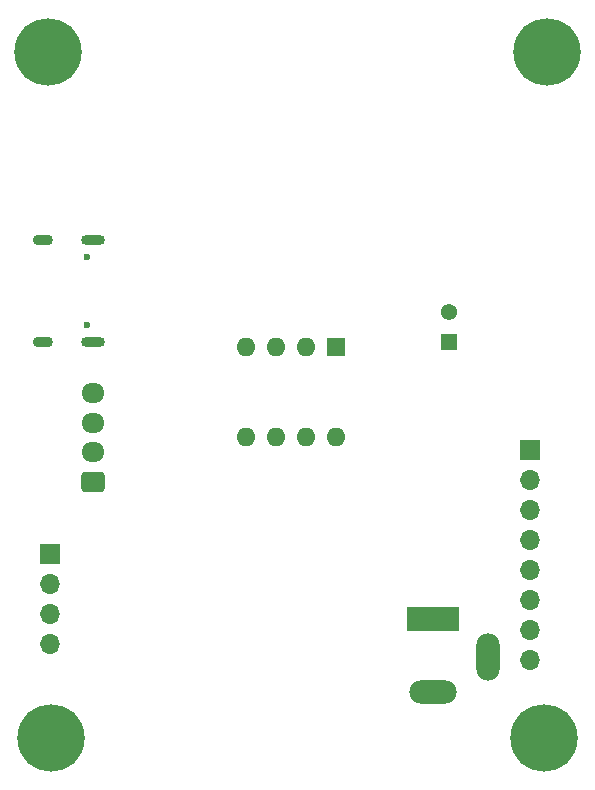
<source format=gbr>
%TF.GenerationSoftware,KiCad,Pcbnew,9.0.0*%
%TF.CreationDate,2025-03-15T13:55:50+00:00*%
%TF.ProjectId,LEDStrip,4c454453-7472-4697-902e-6b696361645f,rev?*%
%TF.SameCoordinates,Original*%
%TF.FileFunction,Soldermask,Bot*%
%TF.FilePolarity,Negative*%
%FSLAX46Y46*%
G04 Gerber Fmt 4.6, Leading zero omitted, Abs format (unit mm)*
G04 Created by KiCad (PCBNEW 9.0.0) date 2025-03-15 13:55:50*
%MOMM*%
%LPD*%
G01*
G04 APERTURE LIST*
G04 Aperture macros list*
%AMRoundRect*
0 Rectangle with rounded corners*
0 $1 Rounding radius*
0 $2 $3 $4 $5 $6 $7 $8 $9 X,Y pos of 4 corners*
0 Add a 4 corners polygon primitive as box body*
4,1,4,$2,$3,$4,$5,$6,$7,$8,$9,$2,$3,0*
0 Add four circle primitives for the rounded corners*
1,1,$1+$1,$2,$3*
1,1,$1+$1,$4,$5*
1,1,$1+$1,$6,$7*
1,1,$1+$1,$8,$9*
0 Add four rect primitives between the rounded corners*
20,1,$1+$1,$2,$3,$4,$5,0*
20,1,$1+$1,$4,$5,$6,$7,0*
20,1,$1+$1,$6,$7,$8,$9,0*
20,1,$1+$1,$8,$9,$2,$3,0*%
G04 Aperture macros list end*
%ADD10R,4.500000X2.000000*%
%ADD11O,4.000000X2.000000*%
%ADD12O,2.000000X4.000000*%
%ADD13C,5.700000*%
%ADD14R,1.600000X1.600000*%
%ADD15O,1.600000X1.600000*%
%ADD16C,0.600000*%
%ADD17O,2.000000X0.900000*%
%ADD18O,1.700000X0.900000*%
%ADD19RoundRect,0.250000X0.725000X-0.600000X0.725000X0.600000X-0.725000X0.600000X-0.725000X-0.600000X0*%
%ADD20O,1.950000X1.700000*%
%ADD21R,1.700000X1.700000*%
%ADD22O,1.700000X1.700000*%
%ADD23R,1.378000X1.378000*%
%ADD24C,1.378000*%
G04 APERTURE END LIST*
D10*
%TO.C,J5*%
X161200000Y-115950000D03*
D11*
X161200000Y-122150000D03*
D12*
X165900000Y-119150000D03*
%TD*%
D13*
%TO.C,H3*%
X128600000Y-67950000D03*
%TD*%
D14*
%TO.C,U1*%
X153000000Y-92925000D03*
D15*
X150460000Y-92925000D03*
X147920000Y-92925000D03*
X145380000Y-92925000D03*
X145380000Y-100545000D03*
X147920000Y-100545000D03*
X150460000Y-100545000D03*
X153000000Y-100545000D03*
%TD*%
D16*
%TO.C,J1*%
X131920000Y-85280000D03*
X131920000Y-91060000D03*
D17*
X132400000Y-83850000D03*
D18*
X128230000Y-83850000D03*
D17*
X132400000Y-92490000D03*
D18*
X128230000Y-92490000D03*
%TD*%
D19*
%TO.C,J3*%
X132400000Y-104350000D03*
D20*
X132400000Y-101850000D03*
X132400000Y-99350000D03*
X132400000Y-96850000D03*
%TD*%
D13*
%TO.C,H4*%
X128875000Y-126000000D03*
%TD*%
D21*
%TO.C,J6*%
X128800000Y-110460000D03*
D22*
X128800000Y-113000000D03*
X128800000Y-115540000D03*
X128800000Y-118080000D03*
%TD*%
D23*
%TO.C,MK1*%
X162600000Y-92540000D03*
D24*
X162600000Y-90000000D03*
%TD*%
D21*
%TO.C,J7*%
X169400000Y-101620000D03*
D22*
X169400000Y-104160000D03*
X169400000Y-106700000D03*
X169400000Y-109240000D03*
X169400000Y-111780000D03*
X169400000Y-114320000D03*
X169400000Y-116860000D03*
X169400000Y-119400000D03*
%TD*%
D13*
%TO.C,H2*%
X170600000Y-126000000D03*
%TD*%
%TO.C,H1*%
X170875000Y-67950000D03*
%TD*%
M02*

</source>
